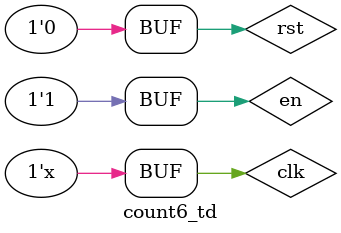
<source format=v>
`timescale 1ns / 1ps


module count6_td(

    );
    reg rst;
    reg clk;
    reg en;
    wire [3:0] count;
    wire co;
    initial begin
        rst = 0;
        clk = 0;
        en = 0;
        #100
        rst = 1;
        #40
        rst = 0;
        en = 1;
    end
    
    always #10 clk = ~clk;
    count_6 count6(rst,clk,en,count,co); 
endmodule

</source>
